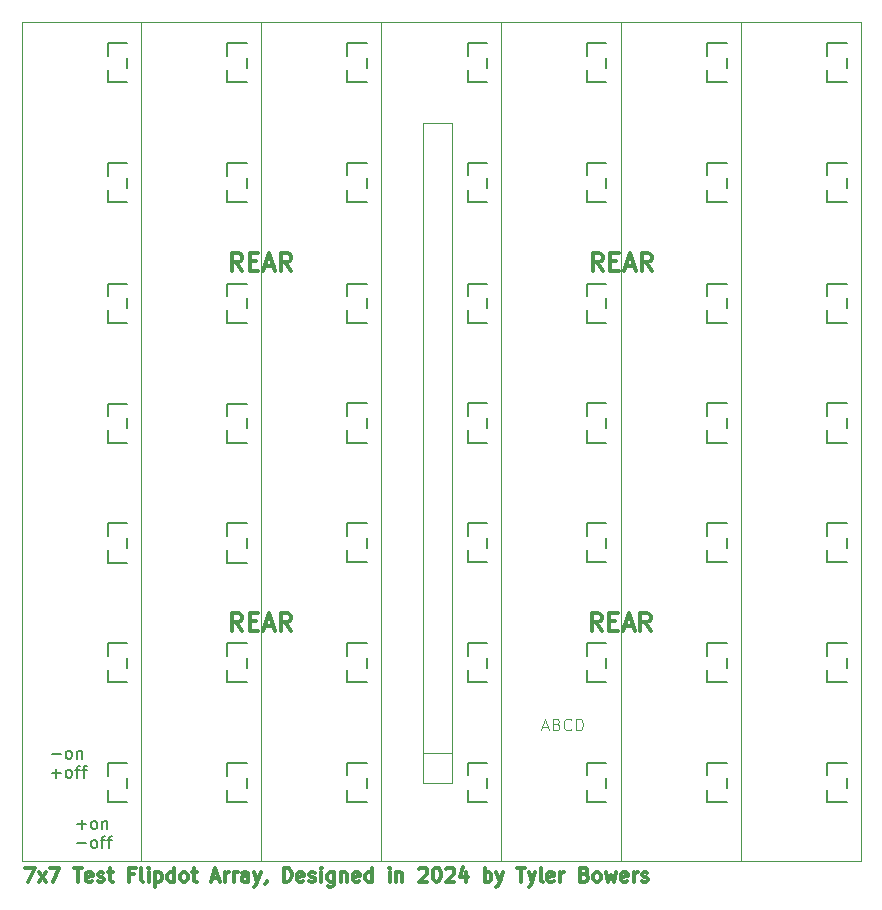
<source format=gto>
G04 #@! TF.GenerationSoftware,KiCad,Pcbnew,8.0.5-8.0.5-0~ubuntu24.04.1*
G04 #@! TF.CreationDate,2024-10-16T20:18:24-04:00*
G04 #@! TF.ProjectId,array,61727261-792e-46b6-9963-61645f706362,rev?*
G04 #@! TF.SameCoordinates,Original*
G04 #@! TF.FileFunction,Legend,Top*
G04 #@! TF.FilePolarity,Positive*
%FSLAX46Y46*%
G04 Gerber Fmt 4.6, Leading zero omitted, Abs format (unit mm)*
G04 Created by KiCad (PCBNEW 8.0.5-8.0.5-0~ubuntu24.04.1) date 2024-10-16 20:18:24*
%MOMM*%
%LPD*%
G01*
G04 APERTURE LIST*
%ADD10C,0.100000*%
%ADD11C,0.200000*%
%ADD12C,0.300000*%
%ADD13C,0.120000*%
%ADD14C,0.152400*%
%ADD15C,1.500000*%
%ADD16R,0.889000X0.812800*%
%ADD17C,1.750000*%
G04 APERTURE END LIST*
D10*
X136631265Y-113586704D02*
X137107455Y-113586704D01*
X136536027Y-113872419D02*
X136869360Y-112872419D01*
X136869360Y-112872419D02*
X137202693Y-113872419D01*
X137869360Y-113348609D02*
X138012217Y-113396228D01*
X138012217Y-113396228D02*
X138059836Y-113443847D01*
X138059836Y-113443847D02*
X138107455Y-113539085D01*
X138107455Y-113539085D02*
X138107455Y-113681942D01*
X138107455Y-113681942D02*
X138059836Y-113777180D01*
X138059836Y-113777180D02*
X138012217Y-113824800D01*
X138012217Y-113824800D02*
X137916979Y-113872419D01*
X137916979Y-113872419D02*
X137536027Y-113872419D01*
X137536027Y-113872419D02*
X137536027Y-112872419D01*
X137536027Y-112872419D02*
X137869360Y-112872419D01*
X137869360Y-112872419D02*
X137964598Y-112920038D01*
X137964598Y-112920038D02*
X138012217Y-112967657D01*
X138012217Y-112967657D02*
X138059836Y-113062895D01*
X138059836Y-113062895D02*
X138059836Y-113158133D01*
X138059836Y-113158133D02*
X138012217Y-113253371D01*
X138012217Y-113253371D02*
X137964598Y-113300990D01*
X137964598Y-113300990D02*
X137869360Y-113348609D01*
X137869360Y-113348609D02*
X137536027Y-113348609D01*
X139107455Y-113777180D02*
X139059836Y-113824800D01*
X139059836Y-113824800D02*
X138916979Y-113872419D01*
X138916979Y-113872419D02*
X138821741Y-113872419D01*
X138821741Y-113872419D02*
X138678884Y-113824800D01*
X138678884Y-113824800D02*
X138583646Y-113729561D01*
X138583646Y-113729561D02*
X138536027Y-113634323D01*
X138536027Y-113634323D02*
X138488408Y-113443847D01*
X138488408Y-113443847D02*
X138488408Y-113300990D01*
X138488408Y-113300990D02*
X138536027Y-113110514D01*
X138536027Y-113110514D02*
X138583646Y-113015276D01*
X138583646Y-113015276D02*
X138678884Y-112920038D01*
X138678884Y-112920038D02*
X138821741Y-112872419D01*
X138821741Y-112872419D02*
X138916979Y-112872419D01*
X138916979Y-112872419D02*
X139059836Y-112920038D01*
X139059836Y-112920038D02*
X139107455Y-112967657D01*
X139536027Y-113872419D02*
X139536027Y-112872419D01*
X139536027Y-112872419D02*
X139774122Y-112872419D01*
X139774122Y-112872419D02*
X139916979Y-112920038D01*
X139916979Y-112920038D02*
X140012217Y-113015276D01*
X140012217Y-113015276D02*
X140059836Y-113110514D01*
X140059836Y-113110514D02*
X140107455Y-113300990D01*
X140107455Y-113300990D02*
X140107455Y-113443847D01*
X140107455Y-113443847D02*
X140059836Y-113634323D01*
X140059836Y-113634323D02*
X140012217Y-113729561D01*
X140012217Y-113729561D02*
X139916979Y-113824800D01*
X139916979Y-113824800D02*
X139774122Y-113872419D01*
X139774122Y-113872419D02*
X139536027Y-113872419D01*
D11*
X97269673Y-121826322D02*
X98031578Y-121826322D01*
X97650625Y-122207275D02*
X97650625Y-121445370D01*
X98650625Y-122207275D02*
X98555387Y-122159656D01*
X98555387Y-122159656D02*
X98507768Y-122112036D01*
X98507768Y-122112036D02*
X98460149Y-122016798D01*
X98460149Y-122016798D02*
X98460149Y-121731084D01*
X98460149Y-121731084D02*
X98507768Y-121635846D01*
X98507768Y-121635846D02*
X98555387Y-121588227D01*
X98555387Y-121588227D02*
X98650625Y-121540608D01*
X98650625Y-121540608D02*
X98793482Y-121540608D01*
X98793482Y-121540608D02*
X98888720Y-121588227D01*
X98888720Y-121588227D02*
X98936339Y-121635846D01*
X98936339Y-121635846D02*
X98983958Y-121731084D01*
X98983958Y-121731084D02*
X98983958Y-122016798D01*
X98983958Y-122016798D02*
X98936339Y-122112036D01*
X98936339Y-122112036D02*
X98888720Y-122159656D01*
X98888720Y-122159656D02*
X98793482Y-122207275D01*
X98793482Y-122207275D02*
X98650625Y-122207275D01*
X99412530Y-121540608D02*
X99412530Y-122207275D01*
X99412530Y-121635846D02*
X99460149Y-121588227D01*
X99460149Y-121588227D02*
X99555387Y-121540608D01*
X99555387Y-121540608D02*
X99698244Y-121540608D01*
X99698244Y-121540608D02*
X99793482Y-121588227D01*
X99793482Y-121588227D02*
X99841101Y-121683465D01*
X99841101Y-121683465D02*
X99841101Y-122207275D01*
X97269673Y-123436266D02*
X98031578Y-123436266D01*
X98650625Y-123817219D02*
X98555387Y-123769600D01*
X98555387Y-123769600D02*
X98507768Y-123721980D01*
X98507768Y-123721980D02*
X98460149Y-123626742D01*
X98460149Y-123626742D02*
X98460149Y-123341028D01*
X98460149Y-123341028D02*
X98507768Y-123245790D01*
X98507768Y-123245790D02*
X98555387Y-123198171D01*
X98555387Y-123198171D02*
X98650625Y-123150552D01*
X98650625Y-123150552D02*
X98793482Y-123150552D01*
X98793482Y-123150552D02*
X98888720Y-123198171D01*
X98888720Y-123198171D02*
X98936339Y-123245790D01*
X98936339Y-123245790D02*
X98983958Y-123341028D01*
X98983958Y-123341028D02*
X98983958Y-123626742D01*
X98983958Y-123626742D02*
X98936339Y-123721980D01*
X98936339Y-123721980D02*
X98888720Y-123769600D01*
X98888720Y-123769600D02*
X98793482Y-123817219D01*
X98793482Y-123817219D02*
X98650625Y-123817219D01*
X99269673Y-123150552D02*
X99650625Y-123150552D01*
X99412530Y-123817219D02*
X99412530Y-122960076D01*
X99412530Y-122960076D02*
X99460149Y-122864838D01*
X99460149Y-122864838D02*
X99555387Y-122817219D01*
X99555387Y-122817219D02*
X99650625Y-122817219D01*
X99841102Y-123150552D02*
X100222054Y-123150552D01*
X99983959Y-123817219D02*
X99983959Y-122960076D01*
X99983959Y-122960076D02*
X100031578Y-122864838D01*
X100031578Y-122864838D02*
X100126816Y-122817219D01*
X100126816Y-122817219D02*
X100222054Y-122817219D01*
D12*
X111261653Y-74950828D02*
X110761653Y-74236542D01*
X110404510Y-74950828D02*
X110404510Y-73450828D01*
X110404510Y-73450828D02*
X110975939Y-73450828D01*
X110975939Y-73450828D02*
X111118796Y-73522257D01*
X111118796Y-73522257D02*
X111190225Y-73593685D01*
X111190225Y-73593685D02*
X111261653Y-73736542D01*
X111261653Y-73736542D02*
X111261653Y-73950828D01*
X111261653Y-73950828D02*
X111190225Y-74093685D01*
X111190225Y-74093685D02*
X111118796Y-74165114D01*
X111118796Y-74165114D02*
X110975939Y-74236542D01*
X110975939Y-74236542D02*
X110404510Y-74236542D01*
X111904510Y-74165114D02*
X112404510Y-74165114D01*
X112618796Y-74950828D02*
X111904510Y-74950828D01*
X111904510Y-74950828D02*
X111904510Y-73450828D01*
X111904510Y-73450828D02*
X112618796Y-73450828D01*
X113190225Y-74522257D02*
X113904511Y-74522257D01*
X113047368Y-74950828D02*
X113547368Y-73450828D01*
X113547368Y-73450828D02*
X114047368Y-74950828D01*
X115404510Y-74950828D02*
X114904510Y-74236542D01*
X114547367Y-74950828D02*
X114547367Y-73450828D01*
X114547367Y-73450828D02*
X115118796Y-73450828D01*
X115118796Y-73450828D02*
X115261653Y-73522257D01*
X115261653Y-73522257D02*
X115333082Y-73593685D01*
X115333082Y-73593685D02*
X115404510Y-73736542D01*
X115404510Y-73736542D02*
X115404510Y-73950828D01*
X115404510Y-73950828D02*
X115333082Y-74093685D01*
X115333082Y-74093685D02*
X115261653Y-74165114D01*
X115261653Y-74165114D02*
X115118796Y-74236542D01*
X115118796Y-74236542D02*
X114547367Y-74236542D01*
X141686653Y-105425828D02*
X141186653Y-104711542D01*
X140829510Y-105425828D02*
X140829510Y-103925828D01*
X140829510Y-103925828D02*
X141400939Y-103925828D01*
X141400939Y-103925828D02*
X141543796Y-103997257D01*
X141543796Y-103997257D02*
X141615225Y-104068685D01*
X141615225Y-104068685D02*
X141686653Y-104211542D01*
X141686653Y-104211542D02*
X141686653Y-104425828D01*
X141686653Y-104425828D02*
X141615225Y-104568685D01*
X141615225Y-104568685D02*
X141543796Y-104640114D01*
X141543796Y-104640114D02*
X141400939Y-104711542D01*
X141400939Y-104711542D02*
X140829510Y-104711542D01*
X142329510Y-104640114D02*
X142829510Y-104640114D01*
X143043796Y-105425828D02*
X142329510Y-105425828D01*
X142329510Y-105425828D02*
X142329510Y-103925828D01*
X142329510Y-103925828D02*
X143043796Y-103925828D01*
X143615225Y-104997257D02*
X144329511Y-104997257D01*
X143472368Y-105425828D02*
X143972368Y-103925828D01*
X143972368Y-103925828D02*
X144472368Y-105425828D01*
X145829510Y-105425828D02*
X145329510Y-104711542D01*
X144972367Y-105425828D02*
X144972367Y-103925828D01*
X144972367Y-103925828D02*
X145543796Y-103925828D01*
X145543796Y-103925828D02*
X145686653Y-103997257D01*
X145686653Y-103997257D02*
X145758082Y-104068685D01*
X145758082Y-104068685D02*
X145829510Y-104211542D01*
X145829510Y-104211542D02*
X145829510Y-104425828D01*
X145829510Y-104425828D02*
X145758082Y-104568685D01*
X145758082Y-104568685D02*
X145686653Y-104640114D01*
X145686653Y-104640114D02*
X145543796Y-104711542D01*
X145543796Y-104711542D02*
X144972367Y-104711542D01*
X111236653Y-105425828D02*
X110736653Y-104711542D01*
X110379510Y-105425828D02*
X110379510Y-103925828D01*
X110379510Y-103925828D02*
X110950939Y-103925828D01*
X110950939Y-103925828D02*
X111093796Y-103997257D01*
X111093796Y-103997257D02*
X111165225Y-104068685D01*
X111165225Y-104068685D02*
X111236653Y-104211542D01*
X111236653Y-104211542D02*
X111236653Y-104425828D01*
X111236653Y-104425828D02*
X111165225Y-104568685D01*
X111165225Y-104568685D02*
X111093796Y-104640114D01*
X111093796Y-104640114D02*
X110950939Y-104711542D01*
X110950939Y-104711542D02*
X110379510Y-104711542D01*
X111879510Y-104640114D02*
X112379510Y-104640114D01*
X112593796Y-105425828D02*
X111879510Y-105425828D01*
X111879510Y-105425828D02*
X111879510Y-103925828D01*
X111879510Y-103925828D02*
X112593796Y-103925828D01*
X113165225Y-104997257D02*
X113879511Y-104997257D01*
X113022368Y-105425828D02*
X113522368Y-103925828D01*
X113522368Y-103925828D02*
X114022368Y-105425828D01*
X115379510Y-105425828D02*
X114879510Y-104711542D01*
X114522367Y-105425828D02*
X114522367Y-103925828D01*
X114522367Y-103925828D02*
X115093796Y-103925828D01*
X115093796Y-103925828D02*
X115236653Y-103997257D01*
X115236653Y-103997257D02*
X115308082Y-104068685D01*
X115308082Y-104068685D02*
X115379510Y-104211542D01*
X115379510Y-104211542D02*
X115379510Y-104425828D01*
X115379510Y-104425828D02*
X115308082Y-104568685D01*
X115308082Y-104568685D02*
X115236653Y-104640114D01*
X115236653Y-104640114D02*
X115093796Y-104711542D01*
X115093796Y-104711542D02*
X114522367Y-104711542D01*
X92868796Y-125487542D02*
X93668796Y-125487542D01*
X93668796Y-125487542D02*
X93154510Y-126687542D01*
X94011653Y-126687542D02*
X94640225Y-125887542D01*
X94011653Y-125887542D02*
X94640225Y-126687542D01*
X94983082Y-125487542D02*
X95783082Y-125487542D01*
X95783082Y-125487542D02*
X95268796Y-126687542D01*
X96983082Y-125487542D02*
X97668797Y-125487542D01*
X97325939Y-126687542D02*
X97325939Y-125487542D01*
X98525940Y-126630400D02*
X98411654Y-126687542D01*
X98411654Y-126687542D02*
X98183083Y-126687542D01*
X98183083Y-126687542D02*
X98068797Y-126630400D01*
X98068797Y-126630400D02*
X98011654Y-126516114D01*
X98011654Y-126516114D02*
X98011654Y-126058971D01*
X98011654Y-126058971D02*
X98068797Y-125944685D01*
X98068797Y-125944685D02*
X98183083Y-125887542D01*
X98183083Y-125887542D02*
X98411654Y-125887542D01*
X98411654Y-125887542D02*
X98525940Y-125944685D01*
X98525940Y-125944685D02*
X98583083Y-126058971D01*
X98583083Y-126058971D02*
X98583083Y-126173257D01*
X98583083Y-126173257D02*
X98011654Y-126287542D01*
X99040225Y-126630400D02*
X99154511Y-126687542D01*
X99154511Y-126687542D02*
X99383082Y-126687542D01*
X99383082Y-126687542D02*
X99497368Y-126630400D01*
X99497368Y-126630400D02*
X99554511Y-126516114D01*
X99554511Y-126516114D02*
X99554511Y-126458971D01*
X99554511Y-126458971D02*
X99497368Y-126344685D01*
X99497368Y-126344685D02*
X99383082Y-126287542D01*
X99383082Y-126287542D02*
X99211654Y-126287542D01*
X99211654Y-126287542D02*
X99097368Y-126230400D01*
X99097368Y-126230400D02*
X99040225Y-126116114D01*
X99040225Y-126116114D02*
X99040225Y-126058971D01*
X99040225Y-126058971D02*
X99097368Y-125944685D01*
X99097368Y-125944685D02*
X99211654Y-125887542D01*
X99211654Y-125887542D02*
X99383082Y-125887542D01*
X99383082Y-125887542D02*
X99497368Y-125944685D01*
X99897368Y-125887542D02*
X100354511Y-125887542D01*
X100068797Y-125487542D02*
X100068797Y-126516114D01*
X100068797Y-126516114D02*
X100125940Y-126630400D01*
X100125940Y-126630400D02*
X100240225Y-126687542D01*
X100240225Y-126687542D02*
X100354511Y-126687542D01*
X102068797Y-126058971D02*
X101668797Y-126058971D01*
X101668797Y-126687542D02*
X101668797Y-125487542D01*
X101668797Y-125487542D02*
X102240225Y-125487542D01*
X102868796Y-126687542D02*
X102754511Y-126630400D01*
X102754511Y-126630400D02*
X102697368Y-126516114D01*
X102697368Y-126516114D02*
X102697368Y-125487542D01*
X103325939Y-126687542D02*
X103325939Y-125887542D01*
X103325939Y-125487542D02*
X103268796Y-125544685D01*
X103268796Y-125544685D02*
X103325939Y-125601828D01*
X103325939Y-125601828D02*
X103383082Y-125544685D01*
X103383082Y-125544685D02*
X103325939Y-125487542D01*
X103325939Y-125487542D02*
X103325939Y-125601828D01*
X103897368Y-125887542D02*
X103897368Y-127087542D01*
X103897368Y-125944685D02*
X104011654Y-125887542D01*
X104011654Y-125887542D02*
X104240225Y-125887542D01*
X104240225Y-125887542D02*
X104354511Y-125944685D01*
X104354511Y-125944685D02*
X104411654Y-126001828D01*
X104411654Y-126001828D02*
X104468796Y-126116114D01*
X104468796Y-126116114D02*
X104468796Y-126458971D01*
X104468796Y-126458971D02*
X104411654Y-126573257D01*
X104411654Y-126573257D02*
X104354511Y-126630400D01*
X104354511Y-126630400D02*
X104240225Y-126687542D01*
X104240225Y-126687542D02*
X104011654Y-126687542D01*
X104011654Y-126687542D02*
X103897368Y-126630400D01*
X105497368Y-126687542D02*
X105497368Y-125487542D01*
X105497368Y-126630400D02*
X105383082Y-126687542D01*
X105383082Y-126687542D02*
X105154510Y-126687542D01*
X105154510Y-126687542D02*
X105040225Y-126630400D01*
X105040225Y-126630400D02*
X104983082Y-126573257D01*
X104983082Y-126573257D02*
X104925939Y-126458971D01*
X104925939Y-126458971D02*
X104925939Y-126116114D01*
X104925939Y-126116114D02*
X104983082Y-126001828D01*
X104983082Y-126001828D02*
X105040225Y-125944685D01*
X105040225Y-125944685D02*
X105154510Y-125887542D01*
X105154510Y-125887542D02*
X105383082Y-125887542D01*
X105383082Y-125887542D02*
X105497368Y-125944685D01*
X106240224Y-126687542D02*
X106125939Y-126630400D01*
X106125939Y-126630400D02*
X106068796Y-126573257D01*
X106068796Y-126573257D02*
X106011653Y-126458971D01*
X106011653Y-126458971D02*
X106011653Y-126116114D01*
X106011653Y-126116114D02*
X106068796Y-126001828D01*
X106068796Y-126001828D02*
X106125939Y-125944685D01*
X106125939Y-125944685D02*
X106240224Y-125887542D01*
X106240224Y-125887542D02*
X106411653Y-125887542D01*
X106411653Y-125887542D02*
X106525939Y-125944685D01*
X106525939Y-125944685D02*
X106583082Y-126001828D01*
X106583082Y-126001828D02*
X106640224Y-126116114D01*
X106640224Y-126116114D02*
X106640224Y-126458971D01*
X106640224Y-126458971D02*
X106583082Y-126573257D01*
X106583082Y-126573257D02*
X106525939Y-126630400D01*
X106525939Y-126630400D02*
X106411653Y-126687542D01*
X106411653Y-126687542D02*
X106240224Y-126687542D01*
X106983081Y-125887542D02*
X107440224Y-125887542D01*
X107154510Y-125487542D02*
X107154510Y-126516114D01*
X107154510Y-126516114D02*
X107211653Y-126630400D01*
X107211653Y-126630400D02*
X107325938Y-126687542D01*
X107325938Y-126687542D02*
X107440224Y-126687542D01*
X108697367Y-126344685D02*
X109268796Y-126344685D01*
X108583081Y-126687542D02*
X108983081Y-125487542D01*
X108983081Y-125487542D02*
X109383081Y-126687542D01*
X109783081Y-126687542D02*
X109783081Y-125887542D01*
X109783081Y-126116114D02*
X109840224Y-126001828D01*
X109840224Y-126001828D02*
X109897367Y-125944685D01*
X109897367Y-125944685D02*
X110011652Y-125887542D01*
X110011652Y-125887542D02*
X110125938Y-125887542D01*
X110525938Y-126687542D02*
X110525938Y-125887542D01*
X110525938Y-126116114D02*
X110583081Y-126001828D01*
X110583081Y-126001828D02*
X110640224Y-125944685D01*
X110640224Y-125944685D02*
X110754509Y-125887542D01*
X110754509Y-125887542D02*
X110868795Y-125887542D01*
X111783081Y-126687542D02*
X111783081Y-126058971D01*
X111783081Y-126058971D02*
X111725938Y-125944685D01*
X111725938Y-125944685D02*
X111611652Y-125887542D01*
X111611652Y-125887542D02*
X111383081Y-125887542D01*
X111383081Y-125887542D02*
X111268795Y-125944685D01*
X111783081Y-126630400D02*
X111668795Y-126687542D01*
X111668795Y-126687542D02*
X111383081Y-126687542D01*
X111383081Y-126687542D02*
X111268795Y-126630400D01*
X111268795Y-126630400D02*
X111211652Y-126516114D01*
X111211652Y-126516114D02*
X111211652Y-126401828D01*
X111211652Y-126401828D02*
X111268795Y-126287542D01*
X111268795Y-126287542D02*
X111383081Y-126230400D01*
X111383081Y-126230400D02*
X111668795Y-126230400D01*
X111668795Y-126230400D02*
X111783081Y-126173257D01*
X112240223Y-125887542D02*
X112525937Y-126687542D01*
X112811652Y-125887542D02*
X112525937Y-126687542D01*
X112525937Y-126687542D02*
X112411652Y-126973257D01*
X112411652Y-126973257D02*
X112354509Y-127030400D01*
X112354509Y-127030400D02*
X112240223Y-127087542D01*
X113325938Y-126630400D02*
X113325938Y-126687542D01*
X113325938Y-126687542D02*
X113268795Y-126801828D01*
X113268795Y-126801828D02*
X113211652Y-126858971D01*
X114754510Y-126687542D02*
X114754510Y-125487542D01*
X114754510Y-125487542D02*
X115040224Y-125487542D01*
X115040224Y-125487542D02*
X115211653Y-125544685D01*
X115211653Y-125544685D02*
X115325938Y-125658971D01*
X115325938Y-125658971D02*
X115383081Y-125773257D01*
X115383081Y-125773257D02*
X115440224Y-126001828D01*
X115440224Y-126001828D02*
X115440224Y-126173257D01*
X115440224Y-126173257D02*
X115383081Y-126401828D01*
X115383081Y-126401828D02*
X115325938Y-126516114D01*
X115325938Y-126516114D02*
X115211653Y-126630400D01*
X115211653Y-126630400D02*
X115040224Y-126687542D01*
X115040224Y-126687542D02*
X114754510Y-126687542D01*
X116411653Y-126630400D02*
X116297367Y-126687542D01*
X116297367Y-126687542D02*
X116068796Y-126687542D01*
X116068796Y-126687542D02*
X115954510Y-126630400D01*
X115954510Y-126630400D02*
X115897367Y-126516114D01*
X115897367Y-126516114D02*
X115897367Y-126058971D01*
X115897367Y-126058971D02*
X115954510Y-125944685D01*
X115954510Y-125944685D02*
X116068796Y-125887542D01*
X116068796Y-125887542D02*
X116297367Y-125887542D01*
X116297367Y-125887542D02*
X116411653Y-125944685D01*
X116411653Y-125944685D02*
X116468796Y-126058971D01*
X116468796Y-126058971D02*
X116468796Y-126173257D01*
X116468796Y-126173257D02*
X115897367Y-126287542D01*
X116925938Y-126630400D02*
X117040224Y-126687542D01*
X117040224Y-126687542D02*
X117268795Y-126687542D01*
X117268795Y-126687542D02*
X117383081Y-126630400D01*
X117383081Y-126630400D02*
X117440224Y-126516114D01*
X117440224Y-126516114D02*
X117440224Y-126458971D01*
X117440224Y-126458971D02*
X117383081Y-126344685D01*
X117383081Y-126344685D02*
X117268795Y-126287542D01*
X117268795Y-126287542D02*
X117097367Y-126287542D01*
X117097367Y-126287542D02*
X116983081Y-126230400D01*
X116983081Y-126230400D02*
X116925938Y-126116114D01*
X116925938Y-126116114D02*
X116925938Y-126058971D01*
X116925938Y-126058971D02*
X116983081Y-125944685D01*
X116983081Y-125944685D02*
X117097367Y-125887542D01*
X117097367Y-125887542D02*
X117268795Y-125887542D01*
X117268795Y-125887542D02*
X117383081Y-125944685D01*
X117954510Y-126687542D02*
X117954510Y-125887542D01*
X117954510Y-125487542D02*
X117897367Y-125544685D01*
X117897367Y-125544685D02*
X117954510Y-125601828D01*
X117954510Y-125601828D02*
X118011653Y-125544685D01*
X118011653Y-125544685D02*
X117954510Y-125487542D01*
X117954510Y-125487542D02*
X117954510Y-125601828D01*
X119040225Y-125887542D02*
X119040225Y-126858971D01*
X119040225Y-126858971D02*
X118983082Y-126973257D01*
X118983082Y-126973257D02*
X118925939Y-127030400D01*
X118925939Y-127030400D02*
X118811653Y-127087542D01*
X118811653Y-127087542D02*
X118640225Y-127087542D01*
X118640225Y-127087542D02*
X118525939Y-127030400D01*
X119040225Y-126630400D02*
X118925939Y-126687542D01*
X118925939Y-126687542D02*
X118697367Y-126687542D01*
X118697367Y-126687542D02*
X118583082Y-126630400D01*
X118583082Y-126630400D02*
X118525939Y-126573257D01*
X118525939Y-126573257D02*
X118468796Y-126458971D01*
X118468796Y-126458971D02*
X118468796Y-126116114D01*
X118468796Y-126116114D02*
X118525939Y-126001828D01*
X118525939Y-126001828D02*
X118583082Y-125944685D01*
X118583082Y-125944685D02*
X118697367Y-125887542D01*
X118697367Y-125887542D02*
X118925939Y-125887542D01*
X118925939Y-125887542D02*
X119040225Y-125944685D01*
X119611653Y-125887542D02*
X119611653Y-126687542D01*
X119611653Y-126001828D02*
X119668796Y-125944685D01*
X119668796Y-125944685D02*
X119783081Y-125887542D01*
X119783081Y-125887542D02*
X119954510Y-125887542D01*
X119954510Y-125887542D02*
X120068796Y-125944685D01*
X120068796Y-125944685D02*
X120125939Y-126058971D01*
X120125939Y-126058971D02*
X120125939Y-126687542D01*
X121154510Y-126630400D02*
X121040224Y-126687542D01*
X121040224Y-126687542D02*
X120811653Y-126687542D01*
X120811653Y-126687542D02*
X120697367Y-126630400D01*
X120697367Y-126630400D02*
X120640224Y-126516114D01*
X120640224Y-126516114D02*
X120640224Y-126058971D01*
X120640224Y-126058971D02*
X120697367Y-125944685D01*
X120697367Y-125944685D02*
X120811653Y-125887542D01*
X120811653Y-125887542D02*
X121040224Y-125887542D01*
X121040224Y-125887542D02*
X121154510Y-125944685D01*
X121154510Y-125944685D02*
X121211653Y-126058971D01*
X121211653Y-126058971D02*
X121211653Y-126173257D01*
X121211653Y-126173257D02*
X120640224Y-126287542D01*
X122240224Y-126687542D02*
X122240224Y-125487542D01*
X122240224Y-126630400D02*
X122125938Y-126687542D01*
X122125938Y-126687542D02*
X121897366Y-126687542D01*
X121897366Y-126687542D02*
X121783081Y-126630400D01*
X121783081Y-126630400D02*
X121725938Y-126573257D01*
X121725938Y-126573257D02*
X121668795Y-126458971D01*
X121668795Y-126458971D02*
X121668795Y-126116114D01*
X121668795Y-126116114D02*
X121725938Y-126001828D01*
X121725938Y-126001828D02*
X121783081Y-125944685D01*
X121783081Y-125944685D02*
X121897366Y-125887542D01*
X121897366Y-125887542D02*
X122125938Y-125887542D01*
X122125938Y-125887542D02*
X122240224Y-125944685D01*
X123725938Y-126687542D02*
X123725938Y-125887542D01*
X123725938Y-125487542D02*
X123668795Y-125544685D01*
X123668795Y-125544685D02*
X123725938Y-125601828D01*
X123725938Y-125601828D02*
X123783081Y-125544685D01*
X123783081Y-125544685D02*
X123725938Y-125487542D01*
X123725938Y-125487542D02*
X123725938Y-125601828D01*
X124297367Y-125887542D02*
X124297367Y-126687542D01*
X124297367Y-126001828D02*
X124354510Y-125944685D01*
X124354510Y-125944685D02*
X124468795Y-125887542D01*
X124468795Y-125887542D02*
X124640224Y-125887542D01*
X124640224Y-125887542D02*
X124754510Y-125944685D01*
X124754510Y-125944685D02*
X124811653Y-126058971D01*
X124811653Y-126058971D02*
X124811653Y-126687542D01*
X126240224Y-125601828D02*
X126297367Y-125544685D01*
X126297367Y-125544685D02*
X126411653Y-125487542D01*
X126411653Y-125487542D02*
X126697367Y-125487542D01*
X126697367Y-125487542D02*
X126811653Y-125544685D01*
X126811653Y-125544685D02*
X126868795Y-125601828D01*
X126868795Y-125601828D02*
X126925938Y-125716114D01*
X126925938Y-125716114D02*
X126925938Y-125830400D01*
X126925938Y-125830400D02*
X126868795Y-126001828D01*
X126868795Y-126001828D02*
X126183081Y-126687542D01*
X126183081Y-126687542D02*
X126925938Y-126687542D01*
X127668795Y-125487542D02*
X127783081Y-125487542D01*
X127783081Y-125487542D02*
X127897367Y-125544685D01*
X127897367Y-125544685D02*
X127954510Y-125601828D01*
X127954510Y-125601828D02*
X128011652Y-125716114D01*
X128011652Y-125716114D02*
X128068795Y-125944685D01*
X128068795Y-125944685D02*
X128068795Y-126230400D01*
X128068795Y-126230400D02*
X128011652Y-126458971D01*
X128011652Y-126458971D02*
X127954510Y-126573257D01*
X127954510Y-126573257D02*
X127897367Y-126630400D01*
X127897367Y-126630400D02*
X127783081Y-126687542D01*
X127783081Y-126687542D02*
X127668795Y-126687542D01*
X127668795Y-126687542D02*
X127554510Y-126630400D01*
X127554510Y-126630400D02*
X127497367Y-126573257D01*
X127497367Y-126573257D02*
X127440224Y-126458971D01*
X127440224Y-126458971D02*
X127383081Y-126230400D01*
X127383081Y-126230400D02*
X127383081Y-125944685D01*
X127383081Y-125944685D02*
X127440224Y-125716114D01*
X127440224Y-125716114D02*
X127497367Y-125601828D01*
X127497367Y-125601828D02*
X127554510Y-125544685D01*
X127554510Y-125544685D02*
X127668795Y-125487542D01*
X128525938Y-125601828D02*
X128583081Y-125544685D01*
X128583081Y-125544685D02*
X128697367Y-125487542D01*
X128697367Y-125487542D02*
X128983081Y-125487542D01*
X128983081Y-125487542D02*
X129097367Y-125544685D01*
X129097367Y-125544685D02*
X129154509Y-125601828D01*
X129154509Y-125601828D02*
X129211652Y-125716114D01*
X129211652Y-125716114D02*
X129211652Y-125830400D01*
X129211652Y-125830400D02*
X129154509Y-126001828D01*
X129154509Y-126001828D02*
X128468795Y-126687542D01*
X128468795Y-126687542D02*
X129211652Y-126687542D01*
X130240224Y-125887542D02*
X130240224Y-126687542D01*
X129954509Y-125430400D02*
X129668795Y-126287542D01*
X129668795Y-126287542D02*
X130411652Y-126287542D01*
X131783081Y-126687542D02*
X131783081Y-125487542D01*
X131783081Y-125944685D02*
X131897367Y-125887542D01*
X131897367Y-125887542D02*
X132125938Y-125887542D01*
X132125938Y-125887542D02*
X132240224Y-125944685D01*
X132240224Y-125944685D02*
X132297367Y-126001828D01*
X132297367Y-126001828D02*
X132354509Y-126116114D01*
X132354509Y-126116114D02*
X132354509Y-126458971D01*
X132354509Y-126458971D02*
X132297367Y-126573257D01*
X132297367Y-126573257D02*
X132240224Y-126630400D01*
X132240224Y-126630400D02*
X132125938Y-126687542D01*
X132125938Y-126687542D02*
X131897367Y-126687542D01*
X131897367Y-126687542D02*
X131783081Y-126630400D01*
X132754509Y-125887542D02*
X133040223Y-126687542D01*
X133325938Y-125887542D02*
X133040223Y-126687542D01*
X133040223Y-126687542D02*
X132925938Y-126973257D01*
X132925938Y-126973257D02*
X132868795Y-127030400D01*
X132868795Y-127030400D02*
X132754509Y-127087542D01*
X134525938Y-125487542D02*
X135211653Y-125487542D01*
X134868795Y-126687542D02*
X134868795Y-125487542D01*
X135497367Y-125887542D02*
X135783081Y-126687542D01*
X136068796Y-125887542D02*
X135783081Y-126687542D01*
X135783081Y-126687542D02*
X135668796Y-126973257D01*
X135668796Y-126973257D02*
X135611653Y-127030400D01*
X135611653Y-127030400D02*
X135497367Y-127087542D01*
X136697367Y-126687542D02*
X136583082Y-126630400D01*
X136583082Y-126630400D02*
X136525939Y-126516114D01*
X136525939Y-126516114D02*
X136525939Y-125487542D01*
X137611653Y-126630400D02*
X137497367Y-126687542D01*
X137497367Y-126687542D02*
X137268796Y-126687542D01*
X137268796Y-126687542D02*
X137154510Y-126630400D01*
X137154510Y-126630400D02*
X137097367Y-126516114D01*
X137097367Y-126516114D02*
X137097367Y-126058971D01*
X137097367Y-126058971D02*
X137154510Y-125944685D01*
X137154510Y-125944685D02*
X137268796Y-125887542D01*
X137268796Y-125887542D02*
X137497367Y-125887542D01*
X137497367Y-125887542D02*
X137611653Y-125944685D01*
X137611653Y-125944685D02*
X137668796Y-126058971D01*
X137668796Y-126058971D02*
X137668796Y-126173257D01*
X137668796Y-126173257D02*
X137097367Y-126287542D01*
X138183081Y-126687542D02*
X138183081Y-125887542D01*
X138183081Y-126116114D02*
X138240224Y-126001828D01*
X138240224Y-126001828D02*
X138297367Y-125944685D01*
X138297367Y-125944685D02*
X138411652Y-125887542D01*
X138411652Y-125887542D02*
X138525938Y-125887542D01*
X140240224Y-126058971D02*
X140411652Y-126116114D01*
X140411652Y-126116114D02*
X140468795Y-126173257D01*
X140468795Y-126173257D02*
X140525938Y-126287542D01*
X140525938Y-126287542D02*
X140525938Y-126458971D01*
X140525938Y-126458971D02*
X140468795Y-126573257D01*
X140468795Y-126573257D02*
X140411652Y-126630400D01*
X140411652Y-126630400D02*
X140297367Y-126687542D01*
X140297367Y-126687542D02*
X139840224Y-126687542D01*
X139840224Y-126687542D02*
X139840224Y-125487542D01*
X139840224Y-125487542D02*
X140240224Y-125487542D01*
X140240224Y-125487542D02*
X140354510Y-125544685D01*
X140354510Y-125544685D02*
X140411652Y-125601828D01*
X140411652Y-125601828D02*
X140468795Y-125716114D01*
X140468795Y-125716114D02*
X140468795Y-125830400D01*
X140468795Y-125830400D02*
X140411652Y-125944685D01*
X140411652Y-125944685D02*
X140354510Y-126001828D01*
X140354510Y-126001828D02*
X140240224Y-126058971D01*
X140240224Y-126058971D02*
X139840224Y-126058971D01*
X141211652Y-126687542D02*
X141097367Y-126630400D01*
X141097367Y-126630400D02*
X141040224Y-126573257D01*
X141040224Y-126573257D02*
X140983081Y-126458971D01*
X140983081Y-126458971D02*
X140983081Y-126116114D01*
X140983081Y-126116114D02*
X141040224Y-126001828D01*
X141040224Y-126001828D02*
X141097367Y-125944685D01*
X141097367Y-125944685D02*
X141211652Y-125887542D01*
X141211652Y-125887542D02*
X141383081Y-125887542D01*
X141383081Y-125887542D02*
X141497367Y-125944685D01*
X141497367Y-125944685D02*
X141554510Y-126001828D01*
X141554510Y-126001828D02*
X141611652Y-126116114D01*
X141611652Y-126116114D02*
X141611652Y-126458971D01*
X141611652Y-126458971D02*
X141554510Y-126573257D01*
X141554510Y-126573257D02*
X141497367Y-126630400D01*
X141497367Y-126630400D02*
X141383081Y-126687542D01*
X141383081Y-126687542D02*
X141211652Y-126687542D01*
X142011652Y-125887542D02*
X142240224Y-126687542D01*
X142240224Y-126687542D02*
X142468795Y-126116114D01*
X142468795Y-126116114D02*
X142697366Y-126687542D01*
X142697366Y-126687542D02*
X142925938Y-125887542D01*
X143840224Y-126630400D02*
X143725938Y-126687542D01*
X143725938Y-126687542D02*
X143497367Y-126687542D01*
X143497367Y-126687542D02*
X143383081Y-126630400D01*
X143383081Y-126630400D02*
X143325938Y-126516114D01*
X143325938Y-126516114D02*
X143325938Y-126058971D01*
X143325938Y-126058971D02*
X143383081Y-125944685D01*
X143383081Y-125944685D02*
X143497367Y-125887542D01*
X143497367Y-125887542D02*
X143725938Y-125887542D01*
X143725938Y-125887542D02*
X143840224Y-125944685D01*
X143840224Y-125944685D02*
X143897367Y-126058971D01*
X143897367Y-126058971D02*
X143897367Y-126173257D01*
X143897367Y-126173257D02*
X143325938Y-126287542D01*
X144411652Y-126687542D02*
X144411652Y-125887542D01*
X144411652Y-126116114D02*
X144468795Y-126001828D01*
X144468795Y-126001828D02*
X144525938Y-125944685D01*
X144525938Y-125944685D02*
X144640223Y-125887542D01*
X144640223Y-125887542D02*
X144754509Y-125887542D01*
X145097366Y-126630400D02*
X145211652Y-126687542D01*
X145211652Y-126687542D02*
X145440223Y-126687542D01*
X145440223Y-126687542D02*
X145554509Y-126630400D01*
X145554509Y-126630400D02*
X145611652Y-126516114D01*
X145611652Y-126516114D02*
X145611652Y-126458971D01*
X145611652Y-126458971D02*
X145554509Y-126344685D01*
X145554509Y-126344685D02*
X145440223Y-126287542D01*
X145440223Y-126287542D02*
X145268795Y-126287542D01*
X145268795Y-126287542D02*
X145154509Y-126230400D01*
X145154509Y-126230400D02*
X145097366Y-126116114D01*
X145097366Y-126116114D02*
X145097366Y-126058971D01*
X145097366Y-126058971D02*
X145154509Y-125944685D01*
X145154509Y-125944685D02*
X145268795Y-125887542D01*
X145268795Y-125887542D02*
X145440223Y-125887542D01*
X145440223Y-125887542D02*
X145554509Y-125944685D01*
X141786653Y-74950828D02*
X141286653Y-74236542D01*
X140929510Y-74950828D02*
X140929510Y-73450828D01*
X140929510Y-73450828D02*
X141500939Y-73450828D01*
X141500939Y-73450828D02*
X141643796Y-73522257D01*
X141643796Y-73522257D02*
X141715225Y-73593685D01*
X141715225Y-73593685D02*
X141786653Y-73736542D01*
X141786653Y-73736542D02*
X141786653Y-73950828D01*
X141786653Y-73950828D02*
X141715225Y-74093685D01*
X141715225Y-74093685D02*
X141643796Y-74165114D01*
X141643796Y-74165114D02*
X141500939Y-74236542D01*
X141500939Y-74236542D02*
X140929510Y-74236542D01*
X142429510Y-74165114D02*
X142929510Y-74165114D01*
X143143796Y-74950828D02*
X142429510Y-74950828D01*
X142429510Y-74950828D02*
X142429510Y-73450828D01*
X142429510Y-73450828D02*
X143143796Y-73450828D01*
X143715225Y-74522257D02*
X144429511Y-74522257D01*
X143572368Y-74950828D02*
X144072368Y-73450828D01*
X144072368Y-73450828D02*
X144572368Y-74950828D01*
X145929510Y-74950828D02*
X145429510Y-74236542D01*
X145072367Y-74950828D02*
X145072367Y-73450828D01*
X145072367Y-73450828D02*
X145643796Y-73450828D01*
X145643796Y-73450828D02*
X145786653Y-73522257D01*
X145786653Y-73522257D02*
X145858082Y-73593685D01*
X145858082Y-73593685D02*
X145929510Y-73736542D01*
X145929510Y-73736542D02*
X145929510Y-73950828D01*
X145929510Y-73950828D02*
X145858082Y-74093685D01*
X145858082Y-74093685D02*
X145786653Y-74165114D01*
X145786653Y-74165114D02*
X145643796Y-74236542D01*
X145643796Y-74236542D02*
X145072367Y-74236542D01*
D11*
X95119673Y-115876322D02*
X95881578Y-115876322D01*
X96500625Y-116257275D02*
X96405387Y-116209656D01*
X96405387Y-116209656D02*
X96357768Y-116162036D01*
X96357768Y-116162036D02*
X96310149Y-116066798D01*
X96310149Y-116066798D02*
X96310149Y-115781084D01*
X96310149Y-115781084D02*
X96357768Y-115685846D01*
X96357768Y-115685846D02*
X96405387Y-115638227D01*
X96405387Y-115638227D02*
X96500625Y-115590608D01*
X96500625Y-115590608D02*
X96643482Y-115590608D01*
X96643482Y-115590608D02*
X96738720Y-115638227D01*
X96738720Y-115638227D02*
X96786339Y-115685846D01*
X96786339Y-115685846D02*
X96833958Y-115781084D01*
X96833958Y-115781084D02*
X96833958Y-116066798D01*
X96833958Y-116066798D02*
X96786339Y-116162036D01*
X96786339Y-116162036D02*
X96738720Y-116209656D01*
X96738720Y-116209656D02*
X96643482Y-116257275D01*
X96643482Y-116257275D02*
X96500625Y-116257275D01*
X97262530Y-115590608D02*
X97262530Y-116257275D01*
X97262530Y-115685846D02*
X97310149Y-115638227D01*
X97310149Y-115638227D02*
X97405387Y-115590608D01*
X97405387Y-115590608D02*
X97548244Y-115590608D01*
X97548244Y-115590608D02*
X97643482Y-115638227D01*
X97643482Y-115638227D02*
X97691101Y-115733465D01*
X97691101Y-115733465D02*
X97691101Y-116257275D01*
X95119673Y-117486266D02*
X95881578Y-117486266D01*
X95500625Y-117867219D02*
X95500625Y-117105314D01*
X96500625Y-117867219D02*
X96405387Y-117819600D01*
X96405387Y-117819600D02*
X96357768Y-117771980D01*
X96357768Y-117771980D02*
X96310149Y-117676742D01*
X96310149Y-117676742D02*
X96310149Y-117391028D01*
X96310149Y-117391028D02*
X96357768Y-117295790D01*
X96357768Y-117295790D02*
X96405387Y-117248171D01*
X96405387Y-117248171D02*
X96500625Y-117200552D01*
X96500625Y-117200552D02*
X96643482Y-117200552D01*
X96643482Y-117200552D02*
X96738720Y-117248171D01*
X96738720Y-117248171D02*
X96786339Y-117295790D01*
X96786339Y-117295790D02*
X96833958Y-117391028D01*
X96833958Y-117391028D02*
X96833958Y-117676742D01*
X96833958Y-117676742D02*
X96786339Y-117771980D01*
X96786339Y-117771980D02*
X96738720Y-117819600D01*
X96738720Y-117819600D02*
X96643482Y-117867219D01*
X96643482Y-117867219D02*
X96500625Y-117867219D01*
X97119673Y-117200552D02*
X97500625Y-117200552D01*
X97262530Y-117867219D02*
X97262530Y-117010076D01*
X97262530Y-117010076D02*
X97310149Y-116914838D01*
X97310149Y-116914838D02*
X97405387Y-116867219D01*
X97405387Y-116867219D02*
X97500625Y-116867219D01*
X97691102Y-117200552D02*
X98072054Y-117200552D01*
X97833959Y-117867219D02*
X97833959Y-117010076D01*
X97833959Y-117010076D02*
X97881578Y-116914838D01*
X97881578Y-116914838D02*
X97976816Y-116867219D01*
X97976816Y-116867219D02*
X98072054Y-116867219D01*
D13*
X126550000Y-118320000D02*
X126550000Y-62480000D01*
X129050000Y-118320000D02*
X126550000Y-118320000D01*
X126550000Y-115800000D02*
X129050000Y-115800000D01*
X126550000Y-62480000D02*
X129050000Y-62480000D01*
X129050000Y-62480000D02*
X129050000Y-118320000D01*
D14*
X160785500Y-89492000D02*
X162439500Y-89492000D01*
X160785500Y-88453140D02*
X160785500Y-89492000D01*
X162439500Y-88251859D02*
X162439500Y-87428141D01*
X160785500Y-86188000D02*
X160785500Y-87226860D01*
X162439500Y-86188000D02*
X160785500Y-86188000D01*
X99870500Y-89502000D02*
X101524500Y-89502000D01*
X99870500Y-88463140D02*
X99870500Y-89502000D01*
X101524500Y-88261859D02*
X101524500Y-87438141D01*
X99870500Y-86198000D02*
X99870500Y-87236860D01*
X101524500Y-86198000D02*
X99870500Y-86198000D01*
X99870500Y-99652000D02*
X101524500Y-99652000D01*
X99870500Y-98613140D02*
X99870500Y-99652000D01*
X101524500Y-98411859D02*
X101524500Y-97588141D01*
X99870500Y-96348000D02*
X99870500Y-97386860D01*
X101524500Y-96348000D02*
X99870500Y-96348000D01*
X99870500Y-69152000D02*
X101524500Y-69152000D01*
X99870500Y-68113140D02*
X99870500Y-69152000D01*
X101524500Y-67911859D02*
X101524500Y-67088141D01*
X99870500Y-65848000D02*
X99870500Y-66886860D01*
X101524500Y-65848000D02*
X99870500Y-65848000D01*
X120148000Y-109792000D02*
X121802000Y-109792000D01*
X120148000Y-108753140D02*
X120148000Y-109792000D01*
X121802000Y-108551859D02*
X121802000Y-107728141D01*
X120148000Y-106488000D02*
X120148000Y-107526860D01*
X121802000Y-106488000D02*
X120148000Y-106488000D01*
D10*
X133175000Y-53895000D02*
X123025000Y-53895000D01*
X123025000Y-124945000D01*
X133175000Y-124945000D01*
X133175000Y-53895000D01*
D14*
X130333000Y-109792000D02*
X131987000Y-109792000D01*
X130333000Y-108753140D02*
X130333000Y-109792000D01*
X131987000Y-108551859D02*
X131987000Y-107728141D01*
X130333000Y-106488000D02*
X130333000Y-107526860D01*
X131987000Y-106488000D02*
X130333000Y-106488000D01*
X150633000Y-109792000D02*
X152287000Y-109792000D01*
X150633000Y-108753140D02*
X150633000Y-109792000D01*
X152287000Y-108551859D02*
X152287000Y-107728141D01*
X150633000Y-106488000D02*
X150633000Y-107526860D01*
X152287000Y-106488000D02*
X150633000Y-106488000D01*
X99868000Y-109802000D02*
X101522000Y-109802000D01*
X99868000Y-108763140D02*
X99868000Y-109802000D01*
X101522000Y-108561859D02*
X101522000Y-107738141D01*
X99868000Y-106498000D02*
X99868000Y-107536860D01*
X101522000Y-106498000D02*
X99868000Y-106498000D01*
X150635500Y-69142000D02*
X152289500Y-69142000D01*
X150635500Y-68103140D02*
X150635500Y-69142000D01*
X152289500Y-67901859D02*
X152289500Y-67078141D01*
X150635500Y-65838000D02*
X150635500Y-66876860D01*
X152289500Y-65838000D02*
X150635500Y-65838000D01*
D10*
X102725000Y-53895000D02*
X92575000Y-53895000D01*
X92575000Y-124945000D01*
X102725000Y-124945000D01*
X102725000Y-53895000D01*
D14*
X109970500Y-89502000D02*
X111624500Y-89502000D01*
X109970500Y-88463140D02*
X109970500Y-89502000D01*
X111624500Y-88261859D02*
X111624500Y-87438141D01*
X109970500Y-86198000D02*
X109970500Y-87236860D01*
X111624500Y-86198000D02*
X109970500Y-86198000D01*
X130335500Y-58992000D02*
X131989500Y-58992000D01*
X130335500Y-57953140D02*
X130335500Y-58992000D01*
X131989500Y-57751859D02*
X131989500Y-56928141D01*
X130335500Y-55688000D02*
X130335500Y-56726860D01*
X131989500Y-55688000D02*
X130335500Y-55688000D01*
X140438000Y-119942000D02*
X142092000Y-119942000D01*
X140438000Y-118903140D02*
X140438000Y-119942000D01*
X142092000Y-118701859D02*
X142092000Y-117878141D01*
X140438000Y-116638000D02*
X140438000Y-117676860D01*
X142092000Y-116638000D02*
X140438000Y-116638000D01*
D10*
X112875000Y-53895000D02*
X102725000Y-53895000D01*
X102725000Y-124945000D01*
X112875000Y-124945000D01*
X112875000Y-53895000D01*
D14*
X130335500Y-89492000D02*
X131989500Y-89492000D01*
X130335500Y-88453140D02*
X130335500Y-89492000D01*
X131989500Y-88251859D02*
X131989500Y-87428141D01*
X130335500Y-86188000D02*
X130335500Y-87226860D01*
X131989500Y-86188000D02*
X130335500Y-86188000D01*
X160788000Y-119942000D02*
X162442000Y-119942000D01*
X160788000Y-118903140D02*
X160788000Y-119942000D01*
X162442000Y-118701859D02*
X162442000Y-117878141D01*
X160788000Y-116638000D02*
X160788000Y-117676860D01*
X162442000Y-116638000D02*
X160788000Y-116638000D01*
X109973000Y-119952000D02*
X111627000Y-119952000D01*
X109973000Y-118913140D02*
X109973000Y-119952000D01*
X111627000Y-118711859D02*
X111627000Y-117888141D01*
X109973000Y-116648000D02*
X109973000Y-117686860D01*
X111627000Y-116648000D02*
X109973000Y-116648000D01*
X150635500Y-79342000D02*
X152289500Y-79342000D01*
X150635500Y-78303140D02*
X150635500Y-79342000D01*
X152289500Y-78101859D02*
X152289500Y-77278141D01*
X150635500Y-76038000D02*
X150635500Y-77076860D01*
X152289500Y-76038000D02*
X150635500Y-76038000D01*
X120153000Y-119942000D02*
X121807000Y-119942000D01*
X120153000Y-118903140D02*
X120153000Y-119942000D01*
X121807000Y-118701859D02*
X121807000Y-117878141D01*
X120153000Y-116638000D02*
X120153000Y-117676860D01*
X121807000Y-116638000D02*
X120153000Y-116638000D01*
X120150500Y-79342000D02*
X121804500Y-79342000D01*
X120150500Y-78303140D02*
X120150500Y-79342000D01*
X121804500Y-78101859D02*
X121804500Y-77278141D01*
X120150500Y-76038000D02*
X120150500Y-77076860D01*
X121804500Y-76038000D02*
X120150500Y-76038000D01*
D10*
X163625000Y-53895000D02*
X153475000Y-53895000D01*
X153475000Y-124945000D01*
X163625000Y-124945000D01*
X163625000Y-53895000D01*
D14*
X109970500Y-69152000D02*
X111624500Y-69152000D01*
X109970500Y-68113140D02*
X109970500Y-69152000D01*
X111624500Y-67911859D02*
X111624500Y-67088141D01*
X109970500Y-65848000D02*
X109970500Y-66886860D01*
X111624500Y-65848000D02*
X109970500Y-65848000D01*
X99870500Y-59002000D02*
X101524500Y-59002000D01*
X99870500Y-57963140D02*
X99870500Y-59002000D01*
X101524500Y-57761859D02*
X101524500Y-56938141D01*
X99870500Y-55698000D02*
X99870500Y-56736860D01*
X101524500Y-55698000D02*
X99870500Y-55698000D01*
X109968000Y-109802000D02*
X111622000Y-109802000D01*
X109968000Y-108763140D02*
X109968000Y-109802000D01*
X111622000Y-108561859D02*
X111622000Y-107738141D01*
X109968000Y-106498000D02*
X109968000Y-107536860D01*
X111622000Y-106498000D02*
X109968000Y-106498000D01*
D10*
X153475000Y-53895000D02*
X143325000Y-53895000D01*
X143325000Y-124945000D01*
X153475000Y-124945000D01*
X153475000Y-53895000D01*
D14*
X120150500Y-89492000D02*
X121804500Y-89492000D01*
X120150500Y-88453140D02*
X120150500Y-89492000D01*
X121804500Y-88251859D02*
X121804500Y-87428141D01*
X120150500Y-86188000D02*
X120150500Y-87226860D01*
X121804500Y-86188000D02*
X120150500Y-86188000D01*
X109970500Y-79352000D02*
X111624500Y-79352000D01*
X109970500Y-78313140D02*
X109970500Y-79352000D01*
X111624500Y-78111859D02*
X111624500Y-77288141D01*
X109970500Y-76048000D02*
X109970500Y-77086860D01*
X111624500Y-76048000D02*
X109970500Y-76048000D01*
X140435500Y-69142000D02*
X142089500Y-69142000D01*
X140435500Y-68103140D02*
X140435500Y-69142000D01*
X142089500Y-67901859D02*
X142089500Y-67078141D01*
X140435500Y-65838000D02*
X140435500Y-66876860D01*
X142089500Y-65838000D02*
X140435500Y-65838000D01*
X140435500Y-58992000D02*
X142089500Y-58992000D01*
X140435500Y-57953140D02*
X140435500Y-58992000D01*
X142089500Y-57751859D02*
X142089500Y-56928141D01*
X140435500Y-55688000D02*
X140435500Y-56726860D01*
X142089500Y-55688000D02*
X140435500Y-55688000D01*
X140433000Y-109792000D02*
X142087000Y-109792000D01*
X140433000Y-108753140D02*
X140433000Y-109792000D01*
X142087000Y-108551859D02*
X142087000Y-107728141D01*
X140433000Y-106488000D02*
X140433000Y-107526860D01*
X142087000Y-106488000D02*
X140433000Y-106488000D01*
X120150500Y-99642000D02*
X121804500Y-99642000D01*
X120150500Y-98603140D02*
X120150500Y-99642000D01*
X121804500Y-98401859D02*
X121804500Y-97578141D01*
X120150500Y-96338000D02*
X120150500Y-97376860D01*
X121804500Y-96338000D02*
X120150500Y-96338000D01*
X160785500Y-99642000D02*
X162439500Y-99642000D01*
X160785500Y-98603140D02*
X160785500Y-99642000D01*
X162439500Y-98401859D02*
X162439500Y-97578141D01*
X160785500Y-96338000D02*
X160785500Y-97376860D01*
X162439500Y-96338000D02*
X160785500Y-96338000D01*
X140435500Y-79342000D02*
X142089500Y-79342000D01*
X140435500Y-78303140D02*
X140435500Y-79342000D01*
X142089500Y-78101859D02*
X142089500Y-77278141D01*
X140435500Y-76038000D02*
X140435500Y-77076860D01*
X142089500Y-76038000D02*
X140435500Y-76038000D01*
X120150500Y-69142000D02*
X121804500Y-69142000D01*
X120150500Y-68103140D02*
X120150500Y-69142000D01*
X121804500Y-67901859D02*
X121804500Y-67078141D01*
X120150500Y-65838000D02*
X120150500Y-66876860D01*
X121804500Y-65838000D02*
X120150500Y-65838000D01*
X160785500Y-69142000D02*
X162439500Y-69142000D01*
X160785500Y-68103140D02*
X160785500Y-69142000D01*
X162439500Y-67901859D02*
X162439500Y-67078141D01*
X160785500Y-65838000D02*
X160785500Y-66876860D01*
X162439500Y-65838000D02*
X160785500Y-65838000D01*
X140435500Y-89492000D02*
X142089500Y-89492000D01*
X140435500Y-88453140D02*
X140435500Y-89492000D01*
X142089500Y-88251859D02*
X142089500Y-87428141D01*
X140435500Y-86188000D02*
X140435500Y-87226860D01*
X142089500Y-86188000D02*
X140435500Y-86188000D01*
D10*
X143325000Y-53895000D02*
X133175000Y-53895000D01*
X133175000Y-124945000D01*
X143325000Y-124945000D01*
X143325000Y-53895000D01*
D14*
X109970500Y-59002000D02*
X111624500Y-59002000D01*
X109970500Y-57963140D02*
X109970500Y-59002000D01*
X111624500Y-57761859D02*
X111624500Y-56938141D01*
X109970500Y-55698000D02*
X109970500Y-56736860D01*
X111624500Y-55698000D02*
X109970500Y-55698000D01*
X160785500Y-79342000D02*
X162439500Y-79342000D01*
X160785500Y-78303140D02*
X160785500Y-79342000D01*
X162439500Y-78101859D02*
X162439500Y-77278141D01*
X160785500Y-76038000D02*
X160785500Y-77076860D01*
X162439500Y-76038000D02*
X160785500Y-76038000D01*
X130335500Y-69142000D02*
X131989500Y-69142000D01*
X130335500Y-68103140D02*
X130335500Y-69142000D01*
X131989500Y-67901859D02*
X131989500Y-67078141D01*
X130335500Y-65838000D02*
X130335500Y-66876860D01*
X131989500Y-65838000D02*
X130335500Y-65838000D01*
X130335500Y-79342000D02*
X131989500Y-79342000D01*
X130335500Y-78303140D02*
X130335500Y-79342000D01*
X131989500Y-78101859D02*
X131989500Y-77278141D01*
X130335500Y-76038000D02*
X130335500Y-77076860D01*
X131989500Y-76038000D02*
X130335500Y-76038000D01*
X140435500Y-99642000D02*
X142089500Y-99642000D01*
X140435500Y-98603140D02*
X140435500Y-99642000D01*
X142089500Y-98401859D02*
X142089500Y-97578141D01*
X140435500Y-96338000D02*
X140435500Y-97376860D01*
X142089500Y-96338000D02*
X140435500Y-96338000D01*
X109970500Y-99652000D02*
X111624500Y-99652000D01*
X109970500Y-98613140D02*
X109970500Y-99652000D01*
X111624500Y-98411859D02*
X111624500Y-97588141D01*
X109970500Y-96348000D02*
X109970500Y-97386860D01*
X111624500Y-96348000D02*
X109970500Y-96348000D01*
X99873000Y-119952000D02*
X101527000Y-119952000D01*
X99873000Y-118913140D02*
X99873000Y-119952000D01*
X101527000Y-118711859D02*
X101527000Y-117888141D01*
X99873000Y-116648000D02*
X99873000Y-117686860D01*
X101527000Y-116648000D02*
X99873000Y-116648000D01*
D10*
X123025000Y-53895000D02*
X112875000Y-53895000D01*
X112875000Y-124945000D01*
X123025000Y-124945000D01*
X123025000Y-53895000D01*
D14*
X130335500Y-99642000D02*
X131989500Y-99642000D01*
X130335500Y-98603140D02*
X130335500Y-99642000D01*
X131989500Y-98401859D02*
X131989500Y-97578141D01*
X130335500Y-96338000D02*
X130335500Y-97376860D01*
X131989500Y-96338000D02*
X130335500Y-96338000D01*
X150635500Y-89492000D02*
X152289500Y-89492000D01*
X150635500Y-88453140D02*
X150635500Y-89492000D01*
X152289500Y-88251859D02*
X152289500Y-87428141D01*
X150635500Y-86188000D02*
X150635500Y-87226860D01*
X152289500Y-86188000D02*
X150635500Y-86188000D01*
X150635500Y-58992000D02*
X152289500Y-58992000D01*
X150635500Y-57953140D02*
X150635500Y-58992000D01*
X152289500Y-57751859D02*
X152289500Y-56928141D01*
X150635500Y-55688000D02*
X150635500Y-56726860D01*
X152289500Y-55688000D02*
X150635500Y-55688000D01*
X120150500Y-58992000D02*
X121804500Y-58992000D01*
X120150500Y-57953140D02*
X120150500Y-58992000D01*
X121804500Y-57751859D02*
X121804500Y-56928141D01*
X120150500Y-55688000D02*
X120150500Y-56726860D01*
X121804500Y-55688000D02*
X120150500Y-55688000D01*
X150635500Y-99642000D02*
X152289500Y-99642000D01*
X150635500Y-98603140D02*
X150635500Y-99642000D01*
X152289500Y-98401859D02*
X152289500Y-97578141D01*
X150635500Y-96338000D02*
X150635500Y-97376860D01*
X152289500Y-96338000D02*
X150635500Y-96338000D01*
X160783000Y-109792000D02*
X162437000Y-109792000D01*
X160783000Y-108753140D02*
X160783000Y-109792000D01*
X162437000Y-108551859D02*
X162437000Y-107728141D01*
X160783000Y-106488000D02*
X160783000Y-107526860D01*
X162437000Y-106488000D02*
X160783000Y-106488000D01*
X130338000Y-119942000D02*
X131992000Y-119942000D01*
X130338000Y-118903140D02*
X130338000Y-119942000D01*
X131992000Y-118701859D02*
X131992000Y-117878141D01*
X130338000Y-116638000D02*
X130338000Y-117676860D01*
X131992000Y-116638000D02*
X130338000Y-116638000D01*
X99870500Y-79352000D02*
X101524500Y-79352000D01*
X99870500Y-78313140D02*
X99870500Y-79352000D01*
X101524500Y-78111859D02*
X101524500Y-77288141D01*
X99870500Y-76048000D02*
X99870500Y-77086860D01*
X101524500Y-76048000D02*
X99870500Y-76048000D01*
X160785500Y-58992000D02*
X162439500Y-58992000D01*
X160785500Y-57953140D02*
X160785500Y-58992000D01*
X162439500Y-57751859D02*
X162439500Y-56928141D01*
X160785500Y-55688000D02*
X160785500Y-56726860D01*
X162439500Y-55688000D02*
X160785500Y-55688000D01*
X150638000Y-119942000D02*
X152292000Y-119942000D01*
X150638000Y-118903140D02*
X150638000Y-119942000D01*
X152292000Y-118701859D02*
X152292000Y-117878141D01*
X150638000Y-116638000D02*
X150638000Y-117676860D01*
X152292000Y-116638000D02*
X150638000Y-116638000D01*
%LPC*%
D15*
X127800000Y-117070000D03*
X127800000Y-114530000D03*
X127800000Y-111990000D03*
X127800000Y-109450000D03*
X127800000Y-106910000D03*
X127800000Y-104370000D03*
X127800000Y-101830000D03*
X127800000Y-99290000D03*
X127800000Y-96750000D03*
X127800000Y-94210000D03*
X127800000Y-91670000D03*
X127800000Y-89130000D03*
X127800000Y-86590000D03*
X127800000Y-84050000D03*
X127800000Y-81510000D03*
X127800000Y-78970000D03*
X127800000Y-76430000D03*
X127800000Y-73890000D03*
X127800000Y-71350000D03*
X127800000Y-68810000D03*
X127800000Y-66270000D03*
X127800000Y-63730000D03*
D16*
X162557499Y-88864999D03*
X162557499Y-86815001D03*
X160667500Y-87840000D03*
X101642499Y-88874999D03*
X101642499Y-86825001D03*
X99752500Y-87850000D03*
X101642499Y-99024999D03*
X101642499Y-96975001D03*
X99752500Y-98000000D03*
X101642499Y-68524999D03*
X101642499Y-66475001D03*
X99752500Y-67500000D03*
X121919999Y-109164999D03*
X121919999Y-107115001D03*
X120030000Y-108140000D03*
D17*
X124600000Y-57340000D03*
X124600000Y-67500000D03*
X124600000Y-77660000D03*
X124600000Y-87820000D03*
X124600000Y-97980000D03*
X124600000Y-108140000D03*
X124600000Y-118300000D03*
X131600000Y-60540000D03*
X131600000Y-70700000D03*
X131600000Y-80860000D03*
X131600000Y-91020000D03*
X131600000Y-101180000D03*
X131600000Y-111340000D03*
X131600000Y-121500000D03*
D16*
X132104999Y-109164999D03*
X132104999Y-107115001D03*
X130215000Y-108140000D03*
X152404999Y-109164999D03*
X152404999Y-107115001D03*
X150515000Y-108140000D03*
X101639999Y-109174999D03*
X101639999Y-107125001D03*
X99750000Y-108150000D03*
X152407499Y-68514999D03*
X152407499Y-66465001D03*
X150517500Y-67490000D03*
D17*
X94150000Y-57340000D03*
X94150000Y-67500000D03*
X94150000Y-77660000D03*
X94150000Y-87820000D03*
X94150000Y-97980000D03*
X94150000Y-108140000D03*
X94150000Y-118300000D03*
X101150000Y-60540000D03*
X101150000Y-70700000D03*
X101150000Y-80860000D03*
X101150000Y-91020000D03*
X101150000Y-101180000D03*
X101150000Y-111340000D03*
X101150000Y-121500000D03*
D16*
X111742499Y-88874999D03*
X111742499Y-86825001D03*
X109852500Y-87850000D03*
X132107499Y-58364999D03*
X132107499Y-56315001D03*
X130217500Y-57340000D03*
X142209999Y-119314999D03*
X142209999Y-117265001D03*
X140320000Y-118290000D03*
D17*
X104300000Y-57340000D03*
X104300000Y-67500000D03*
X104300000Y-77660000D03*
X104300000Y-87820000D03*
X104300000Y-97980000D03*
X104300000Y-108140000D03*
X104300000Y-118300000D03*
X111300000Y-60540000D03*
X111300000Y-70700000D03*
X111300000Y-80860000D03*
X111300000Y-91020000D03*
X111300000Y-101180000D03*
X111300000Y-111340000D03*
X111300000Y-121500000D03*
D16*
X132107499Y-88864999D03*
X132107499Y-86815001D03*
X130217500Y-87840000D03*
X162559999Y-119314999D03*
X162559999Y-117265001D03*
X160670000Y-118290000D03*
X111744999Y-119324999D03*
X111744999Y-117275001D03*
X109855000Y-118300000D03*
X152407499Y-78714999D03*
X152407499Y-76665001D03*
X150517500Y-77690000D03*
X121924999Y-119314999D03*
X121924999Y-117265001D03*
X120035000Y-118290000D03*
X121922499Y-78714999D03*
X121922499Y-76665001D03*
X120032500Y-77690000D03*
D17*
X155050000Y-57340000D03*
X155050000Y-67500000D03*
X155050000Y-77660000D03*
X155050000Y-87820000D03*
X155050000Y-97980000D03*
X155050000Y-108140000D03*
X155050000Y-118300000D03*
X162050000Y-60540000D03*
X162050000Y-70700000D03*
X162050000Y-80860000D03*
X162050000Y-91020000D03*
X162050000Y-101180000D03*
X162050000Y-111340000D03*
X162050000Y-121500000D03*
D16*
X111742499Y-68524999D03*
X111742499Y-66475001D03*
X109852500Y-67500000D03*
X101642499Y-58374999D03*
X101642499Y-56325001D03*
X99752500Y-57350000D03*
X111739999Y-109174999D03*
X111739999Y-107125001D03*
X109850000Y-108150000D03*
D17*
X144900000Y-57340000D03*
X144900000Y-67500000D03*
X144900000Y-77660000D03*
X144900000Y-87820000D03*
X144900000Y-97980000D03*
X144900000Y-108140000D03*
X144900000Y-118300000D03*
X151900000Y-60540000D03*
X151900000Y-70700000D03*
X151900000Y-80860000D03*
X151900000Y-91020000D03*
X151900000Y-101180000D03*
X151900000Y-111340000D03*
X151900000Y-121500000D03*
D16*
X121922499Y-88864999D03*
X121922499Y-86815001D03*
X120032500Y-87840000D03*
X111742499Y-78724999D03*
X111742499Y-76675001D03*
X109852500Y-77700000D03*
X142207499Y-68514999D03*
X142207499Y-66465001D03*
X140317500Y-67490000D03*
X142207499Y-58364999D03*
X142207499Y-56315001D03*
X140317500Y-57340000D03*
X142204999Y-109164999D03*
X142204999Y-107115001D03*
X140315000Y-108140000D03*
X121922499Y-99014999D03*
X121922499Y-96965001D03*
X120032500Y-97990000D03*
X162557499Y-99014999D03*
X162557499Y-96965001D03*
X160667500Y-97990000D03*
X142207499Y-78714999D03*
X142207499Y-76665001D03*
X140317500Y-77690000D03*
X121922499Y-68514999D03*
X121922499Y-66465001D03*
X120032500Y-67490000D03*
X162557499Y-68514999D03*
X162557499Y-66465001D03*
X160667500Y-67490000D03*
X142207499Y-88864999D03*
X142207499Y-86815001D03*
X140317500Y-87840000D03*
D17*
X134750000Y-57340000D03*
X134750000Y-67500000D03*
X134750000Y-77660000D03*
X134750000Y-87820000D03*
X134750000Y-97980000D03*
X134750000Y-108140000D03*
X134750000Y-118300000D03*
X141750000Y-60540000D03*
X141750000Y-70700000D03*
X141750000Y-80860000D03*
X141750000Y-91020000D03*
X141750000Y-101180000D03*
X141750000Y-111340000D03*
X141750000Y-121500000D03*
D16*
X111742499Y-58374999D03*
X111742499Y-56325001D03*
X109852500Y-57350000D03*
X162557499Y-78714999D03*
X162557499Y-76665001D03*
X160667500Y-77690000D03*
X132107499Y-68514999D03*
X132107499Y-66465001D03*
X130217500Y-67490000D03*
X132107499Y-78714999D03*
X132107499Y-76665001D03*
X130217500Y-77690000D03*
X142207499Y-99014999D03*
X142207499Y-96965001D03*
X140317500Y-97990000D03*
X111742499Y-99024999D03*
X111742499Y-96975001D03*
X109852500Y-98000000D03*
X101644999Y-119324999D03*
X101644999Y-117275001D03*
X99755000Y-118300000D03*
D17*
X114450000Y-57340000D03*
X114450000Y-67500000D03*
X114450000Y-77660000D03*
X114450000Y-87820000D03*
X114450000Y-97980000D03*
X114450000Y-108140000D03*
X114450000Y-118300000D03*
X121450000Y-60540000D03*
X121450000Y-70700000D03*
X121450000Y-80860000D03*
X121450000Y-91020000D03*
X121450000Y-101180000D03*
X121450000Y-111340000D03*
X121450000Y-121500000D03*
D16*
X132107499Y-99014999D03*
X132107499Y-96965001D03*
X130217500Y-97990000D03*
X152407499Y-88864999D03*
X152407499Y-86815001D03*
X150517500Y-87840000D03*
X152407499Y-58364999D03*
X152407499Y-56315001D03*
X150517500Y-57340000D03*
X121922499Y-58364999D03*
X121922499Y-56315001D03*
X120032500Y-57340000D03*
X152407499Y-99014999D03*
X152407499Y-96965001D03*
X150517500Y-97990000D03*
X162554999Y-109164999D03*
X162554999Y-107115001D03*
X160665000Y-108140000D03*
X132109999Y-119314999D03*
X132109999Y-117265001D03*
X130220000Y-118290000D03*
X101642499Y-78724999D03*
X101642499Y-76675001D03*
X99752500Y-77700000D03*
X162557499Y-58364999D03*
X162557499Y-56315001D03*
X160667500Y-57340000D03*
X152409999Y-119314999D03*
X152409999Y-117265001D03*
X150520000Y-118290000D03*
%LPD*%
M02*

</source>
